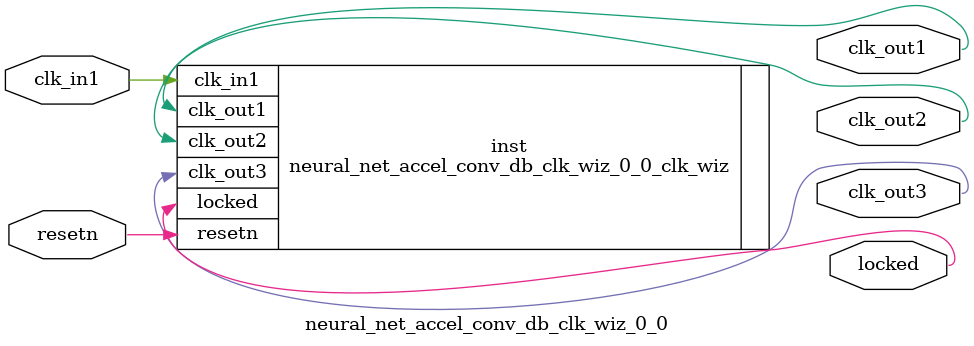
<source format=v>


`timescale 1ps/1ps

(* CORE_GENERATION_INFO = "neural_net_accel_conv_db_clk_wiz_0_0,clk_wiz_v5_3_3_0,{component_name=neural_net_accel_conv_db_clk_wiz_0_0,use_phase_alignment=true,use_min_o_jitter=false,use_max_i_jitter=false,use_dyn_phase_shift=false,use_inclk_switchover=false,use_dyn_reconfig=false,enable_axi=0,feedback_source=FDBK_AUTO,PRIMITIVE=MMCM,num_out_clk=3,clkin1_period=10.0,clkin2_period=10.0,use_power_down=false,use_reset=true,use_locked=true,use_inclk_stopped=false,feedback_type=SINGLE,CLOCK_MGR_TYPE=NA,manual_override=false}" *)

module neural_net_accel_conv_db_clk_wiz_0_0 
 (
  // Clock out ports
  output        clk_out1,
  output        clk_out2,
  output        clk_out3,
  // Status and control signals
  input         resetn,
  output        locked,
 // Clock in ports
  input         clk_in1
 );

  neural_net_accel_conv_db_clk_wiz_0_0_clk_wiz inst
  (
  // Clock out ports  
  .clk_out1(clk_out1),
  .clk_out2(clk_out2),
  .clk_out3(clk_out3),
  // Status and control signals               
  .resetn(resetn), 
  .locked(locked),
 // Clock in ports
  .clk_in1(clk_in1)
  );

endmodule

</source>
